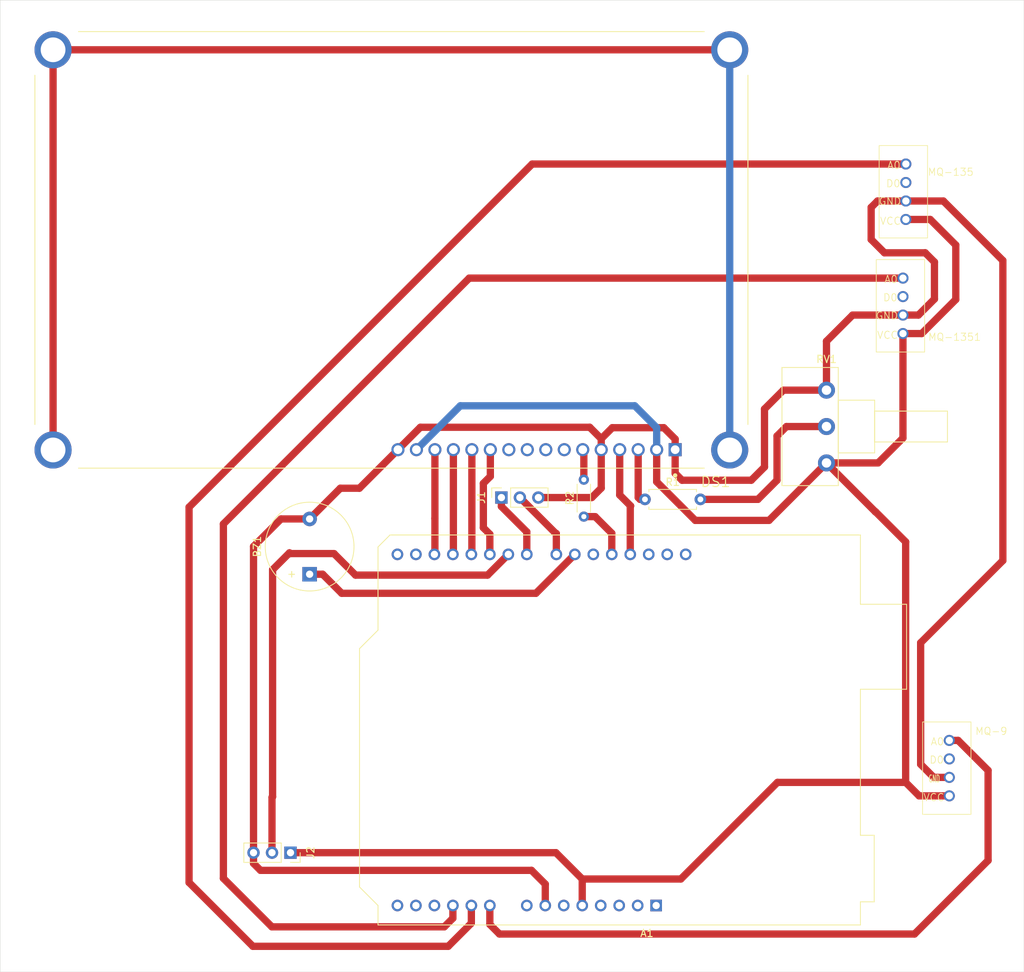
<source format=kicad_pcb>
(kicad_pcb (version 20221018) (generator pcbnew)
  (layers (0 "F.Cu" signal) (31 "B.Cu" signal) (34 "B.Paste" user) (35 "F.Paste" user) (36 "B.SilkS" user "B.Silkscreen") (37 "F.SilkS" user "F.Silkscreen") (38 "B.Mask" user) (39 "F.Mask" user) (44 "Edge.Cuts" user))
  (net 0 "")
  (net 5 "VCC")
  (net 7 "GND")
  (net 9 "Net-(A1-A0)")
  (net 10 "Net-(A1-A1)")
  (net 11 "Net-(A1-A2)")
  (net 17 "Net-(A1-D2)")
  (net 18 "Net-(A1-D3)")
  (net 19 "Net-(A1-D4)")
  (net 20 "Net-(A1-D5)")
  (net 21 "Net-(A1-D6)")
  (net 22 "Net-(A1-D7)")
  (net 23 "Net-(A1-D8)")
  (net 24 "Net-(A1-D9)")
  (net 26 "Net-(A1-D11)")
  (net 27 "Net-(A1-D12)")
  (net 31 "Net-(DS1-V0)")
  (net 36 "Net-(DS1-SHIELD-PadS1)")
  (net 40 "Net-(R1-Pad2)")
  (net 41 "Net-(DS1-E)")
  (footprint "Module:Arduino_UNO_R2" (layer "F.Cu") (at 155.77 143.45 180)
    (fp_text reference "A1" (at 1.27 -3.81) (layer "F.SilkS"))
    (fp_text value "Arduino_UNO_R2")
    (fp_line (start -34.42 29.72) (end -34.42 41.4) (stroke (width 0.12)) (layer "F.SilkS"))
    (fp_line (start -34.42 41.4) (end -28.07 41.4) (stroke (width 0.12)) (layer "F.SilkS"))
    (fp_line (start -29.97 0.51) (end -29.97 9.65) (stroke (width 0.12)) (layer "F.SilkS"))
    (fp_line (start -29.97 9.65) (end -28.07 9.65) (stroke (width 0.12)) (layer "F.SilkS"))
    (fp_line (start -28.07 -2.67) (end -28.07 0.51) (stroke (width 0.12)) (layer "F.SilkS"))
    (fp_line (start -28.07 0.51) (end -29.97 0.51) (stroke (width 0.12)) (layer "F.SilkS"))
    (fp_line (start -28.07 9.65) (end -28.07 29.72) (stroke (width 0.12)) (layer "F.SilkS"))
    (fp_line (start -28.07 29.72) (end -34.42 29.72) (stroke (width 0.12)) (layer "F.SilkS"))
    (fp_line (start -28.07 41.4) (end -28.07 50.93) (stroke (width 0.12)) (layer "F.SilkS"))
    (fp_line (start -28.07 50.93) (end 36.58 50.93) (stroke (width 0.12)) (layer "F.SilkS"))
    (fp_line (start 36.58 50.93) (end 38.23 49.28) (stroke (width 0.12)) (layer "F.SilkS"))
    (fp_line (start 38.23 -2.67) (end -28.07 -2.67) (stroke (width 0.12)) (layer "F.SilkS"))
    (fp_line (start 38.23 0) (end 38.23 -2.67) (stroke (width 0.12)) (layer "F.SilkS"))
    (fp_line (start 38.23 37.85) (end 40.77 35.31) (stroke (width 0.12)) (layer "F.SilkS"))
    (fp_line (start 38.23 49.28) (end 38.23 37.85) (stroke (width 0.12)) (layer "F.SilkS"))
    (fp_line (start 40.77 2.54) (end 38.23 0) (stroke (width 0.12)) (layer "F.SilkS"))
    (fp_line (start 40.77 35.31) (end 40.77 2.54) (stroke (width 0.12)) (layer "F.SilkS"))
    (pad "1" thru_hole rect (at 0 0 270) (size 1.6 1.6) (drill 1) (layers "*.Cu" "*.Mask"))
    (pad "2" thru_hole oval (at 2.54 0 270) (size 1.6 1.6) (drill 1) (layers "*.Cu" "*.Mask"))
    (pad "3" thru_hole oval (at 5.08 0 270) (size 1.6 1.6) (drill 1) (layers "*.Cu" "*.Mask"))
    (pad "4" thru_hole oval (at 7.62 0 270) (size 1.6 1.6) (drill 1) (layers "*.Cu" "*.Mask"))
    (pad "5" thru_hole oval (at 10.16 0 270) (size 1.6 1.6) (drill 1) (layers "*.Cu" "*.Mask") (net 5 "VCC"))
    (pad "6" thru_hole oval (at 12.7 0 270) (size 1.6 1.6) (drill 1) (layers "*.Cu" "*.Mask"))
    (pad "7" thru_hole oval (at 15.24 0 270) (size 1.6 1.6) (drill 1) (layers "*.Cu" "*.Mask") (net 7 "GND"))
    (pad "8" thru_hole oval (at 17.78 0 270) (size 1.6 1.6) (drill 1) (layers "*.Cu" "*.Mask"))
    (pad "9" thru_hole oval (at 22.86 0 270) (size 1.6 1.6) (drill 1) (layers "*.Cu" "*.Mask") (net 9 "Net-(A1-A0)"))
    (pad "10" thru_hole oval (at 25.4 0 270) (size 1.6 1.6) (drill 1) (layers "*.Cu" "*.Mask") (net 10 "Net-(A1-A1)"))
    (pad "11" thru_hole oval (at 27.94 0 270) (size 1.6 1.6) (drill 1) (layers "*.Cu" "*.Mask") (net 11 "Net-(A1-A2)"))
    (pad "12" thru_hole oval (at 30.48 0 270) (size 1.6 1.6) (drill 1) (layers "*.Cu" "*.Mask"))
    (pad "13" thru_hole oval (at 33.02 0 270) (size 1.6 1.6) (drill 1) (layers "*.Cu" "*.Mask"))
    (pad "14" thru_hole oval (at 35.56 0 270) (size 1.6 1.6) (drill 1) (layers "*.Cu" "*.Mask"))
    (pad "15" thru_hole oval (at 35.56 48.26 270) (size 1.6 1.6) (drill 1) (layers "*.Cu" "*.Mask"))
    (pad "16" thru_hole oval (at 33.02 48.26 270) (size 1.6 1.6) (drill 1) (layers "*.Cu" "*.Mask"))
    (pad "17" thru_hole oval (at 30.48 48.26 270) (size 1.6 1.6) (drill 1) (layers "*.Cu" "*.Mask") (net 17 "Net-(A1-D2)"))
    (pad "18" thru_hole oval (at 27.94 48.26 270) (size 1.6 1.6) (drill 1) (layers "*.Cu" "*.Mask") (net 18 "Net-(A1-D3)"))
    (pad "19" thru_hole oval (at 25.4 48.26 270) (size 1.6 1.6) (drill 1) (layers "*.Cu" "*.Mask") (net 19 "Net-(A1-D4)"))
    (pad "20" thru_hole oval (at 22.86 48.26 270) (size 1.6 1.6) (drill 1) (layers "*.Cu" "*.Mask") (net 20 "Net-(A1-D5)"))
    (pad "21" thru_hole oval (at 20.32 48.26 270) (size 1.6 1.6) (drill 1) (layers "*.Cu" "*.Mask") (net 21 "Net-(A1-D6)"))
    (pad "22" thru_hole oval (at 17.78 48.26 270) (size 1.6 1.6) (drill 1) (layers "*.Cu" "*.Mask") (net 22 "Net-(A1-D7)"))
    (pad "23" thru_hole oval (at 13.72 48.26 270) (size 1.6 1.6) (drill 1) (layers "*.Cu" "*.Mask") (net 23 "Net-(A1-D8)"))
    (pad "24" thru_hole oval (at 11.18 48.26 270) (size 1.6 1.6) (drill 1) (layers "*.Cu" "*.Mask") (net 24 "Net-(A1-D9)"))
    (pad "25" thru_hole oval (at 8.64 48.26 270) (size 1.6 1.6) (drill 1) (layers "*.Cu" "*.Mask"))
    (pad "26" thru_hole oval (at 6.1 48.26 270) (size 1.6 1.6) (drill 1) (layers "*.Cu" "*.Mask") (net 26 "Net-(A1-D11)"))
    (pad "27" thru_hole oval (at 3.56 48.26 270) (size 1.6 1.6) (drill 1) (layers "*.Cu" "*.Mask") (net 27 "Net-(A1-D12)"))
    (pad "28" thru_hole oval (at 1.02 48.26 270) (size 1.6 1.6) (drill 1) (layers "*.Cu" "*.Mask"))
    (pad "29" thru_hole oval (at -1.52 48.26 270) (size 1.6 1.6) (drill 1) (layers "*.Cu" "*.Mask"))
    (pad "30" thru_hole oval (at -4.06 48.26 270) (size 1.6 1.6) (drill 1) (layers "*.Cu" "*.Mask"))
  )
  (footprint "Library:MQ-9" (layer "F.Cu") (at 201.14 115.68)
    (fp_text reference "MQ-9" (at 0.69 3.81 unlocked) (layer "F.SilkS") (effects (font (thickness 0.1))))
    (fp_text value "~")
    (fp_text user "A0" (at -7.69 5.83 unlocked) (layer "F.SilkS") (effects (font (thickness 0.1)) (justify left bottom)))
    (fp_text user "D0" (at -7.86 8.34 unlocked) (layer "F.SilkS") (effects (font (thickness 0.1)) (justify left bottom)))
    (fp_text user "GND" (at -7.97 10.94 unlocked) (layer "F.SilkS") (effects (font (size 1 0.5) (thickness 0.1)) (justify left bottom)))
    (fp_text user "VCC" (at -8.7 13.5 unlocked) (layer "F.SilkS") (effects (font (thickness 0.1)) (justify left bottom)))
    (fp_rect (start -8.75 2.54) (end -2.1 15.24) (stroke (width 0.1)) (fill none) (layer "F.SilkS"))
    (pad "1" thru_hole circle (at -5.08 5.08) (size 1.524 1.524) (drill 1) (layers "*.Cu" "*.Mask") (net 9 "Net-(A1-A0)"))
    (pad "2" thru_hole circle (at -5.08 7.62) (size 1.524 1.524) (drill 1) (layers "*.Cu" "*.Mask"))
    (pad "3" thru_hole circle (at -5.08 10.16) (size 1.524 1.524) (drill 1) (layers "*.Cu" "*.Mask") (net 7 "GND"))
    (pad "4" thru_hole circle (at -5.08 12.7) (size 1.524 1.524) (drill 1) (layers "*.Cu" "*.Mask") (net 5 "VCC"))
  )
  (footprint "Buzzer_Beeper:Buzzer_12x9.5RM7.6" (layer "F.Cu") (at 108.14 97.92 90)
    (fp_text reference "BZ1" (at 3.8 -7.2 90) (layer "F.SilkS"))
    (fp_text value "Buzzer")
    (fp_text user "+" (at -0.01 -2.54 90) (layer "F.SilkS"))
    (fp_circle (center 3.8 0) (end 9.9 0) (stroke (width 0.12)) (fill none) (layer "F.SilkS"))
    (pad "1" thru_hole rect (at 0 0 90) (size 2 2) (drill 1) (layers "*.Cu" "*.Mask") (net 24 "Net-(A1-D9)"))
    (pad "2" thru_hole circle (at 7.6 0 90) (size 2 2) (drill 1) (layers "*.Cu" "*.Mask") (net 7 "GND"))
  )
  (footprint "LCD-20X4B:LCD_LCD-20X4B" (layer "F.Cu") (at 119.38 53.34 180)
    (fp_text reference "DS1" (at -44.555 -31.889) (layer "F.SilkS") (effects (font (size 1.4 1.4))))
    (fp_text value "LCD-20X4B")
    (fp_line (start -49 24) (end -49 -24) (stroke (width 0.127)) (layer "F.SilkS"))
    (fp_line (start -43 -30) (end 43 -30) (stroke (width 0.127)) (layer "F.SilkS"))
    (fp_line (start 43 30) (end -43 30) (stroke (width 0.127)) (layer "F.SilkS"))
    (fp_line (start 49 -24) (end 49 24) (stroke (width 0.127)) (layer "F.SilkS"))
    (fp_circle (center -39 -31) (end -38.85 -31) (stroke (width 0.3)) (fill none) (layer "F.SilkS"))
    (pad "1" thru_hole rect (at -39 -27.46 180) (size 1.8 1.8) (drill 1.2) (layers "*.Cu" "*.Mask") (net 7 "GND"))
    (pad "2" thru_hole circle (at -36.46 -27.46 180) (size 1.8 1.8) (drill 1.2) (layers "*.Cu" "*.Mask") (net 5 "VCC"))
    (pad "3" thru_hole circle (at -33.92 -27.46 180) (size 1.8 1.8) (drill 1.2) (layers "*.Cu" "*.Mask") (net 31 "Net-(DS1-V0)"))
    (pad "4" thru_hole circle (at -31.38 -27.46 180) (size 1.8 1.8) (drill 1.2) (layers "*.Cu" "*.Mask") (net 27 "Net-(A1-D12)"))
    (pad "5" thru_hole circle (at -28.84 -27.46 180) (size 1.8 1.8) (drill 1.2) (layers "*.Cu" "*.Mask") (net 7 "GND"))
    (pad "6" thru_hole circle (at -26.3 -27.46 180) (size 1.8 1.8) (drill 1.2) (layers "*.Cu" "*.Mask") (net 41 "Net-(DS1-E)"))
    (pad "7" thru_hole circle (at -23.76 -27.46 180) (size 1.8 1.8) (drill 1.2) (layers "*.Cu" "*.Mask"))
    (pad "8" thru_hole circle (at -21.22 -27.46 180) (size 1.8 1.8) (drill 1.2) (layers "*.Cu" "*.Mask"))
    (pad "9" thru_hole circle (at -18.68 -27.46 180) (size 1.8 1.8) (drill 1.2) (layers "*.Cu" "*.Mask"))
    (pad "10" thru_hole circle (at -16.14 -27.46 180) (size 1.8 1.8) (drill 1.2) (layers "*.Cu" "*.Mask"))
    (pad "11" thru_hole circle (at -13.6 -27.46 180) (size 1.8 1.8) (drill 1.2) (layers "*.Cu" "*.Mask") (net 20 "Net-(A1-D5)"))
    (pad "12" thru_hole circle (at -11.06 -27.46 180) (size 1.8 1.8) (drill 1.2) (layers "*.Cu" "*.Mask") (net 19 "Net-(A1-D4)"))
    (pad "13" thru_hole circle (at -8.52 -27.46 180) (size 1.8 1.8) (drill 1.2) (layers "*.Cu" "*.Mask") (net 18 "Net-(A1-D3)"))
    (pad "14" thru_hole circle (at -5.98 -27.46 180) (size 1.8 1.8) (drill 1.2) (layers "*.Cu" "*.Mask") (net 17 "Net-(A1-D2)"))
    (pad "15" thru_hole circle (at -3.44 -27.46 180) (size 1.8 1.8) (drill 1.2) (layers "*.Cu" "*.Mask") (net 5 "VCC"))
    (pad "16" thru_hole circle (at -0.9 -27.46 180) (size 1.8 1.8) (drill 1.2) (layers "*.Cu" "*.Mask") (net 7 "GND"))
    (pad "S1" thru_hole circle (at -46.5 -27.5 180) (size 5.1 5.1) (drill 3.4) (layers "*.Cu" "*.Mask") (net 36 "Net-(DS1-SHIELD-PadS1)"))
    (pad "S2" thru_hole circle (at 46.5 -27.5 180) (size 5.1 5.1) (drill 3.4) (layers "*.Cu" "*.Mask") (net 36 "Net-(DS1-SHIELD-PadS1)"))
    (pad "S3" thru_hole circle (at -46.5 27.5 180) (size 5.1 5.1) (drill 3.4) (layers "*.Cu" "*.Mask") (net 36 "Net-(DS1-SHIELD-PadS1)"))
    (pad "S4" thru_hole circle (at 46.5 27.5 180) (size 5.1 5.1) (drill 3.4) (layers "*.Cu" "*.Mask") (net 36 "Net-(DS1-SHIELD-PadS1)"))
  )
  (footprint "Resistor_THT:R_Axial_DIN0204_L3.6mm_D1.6mm_P5.08mm_Horizontal" (layer "F.Cu") (at 145.83 90 90)
    (fp_text reference "R2" (at 2.54 -1.92 90) (layer "F.SilkS"))
    (fp_text value "R_Small")
    (fp_line (start 0.62 -0.92) (end 4.46 -0.92) (stroke (width 0.12)) (layer "F.SilkS"))
    (fp_line (start 0.62 0.92) (end 4.46 0.92) (stroke (width 0.12)) (layer "F.SilkS"))
    (pad "1" thru_hole circle (at 0 0 90) (size 1.4 1.4) (drill 0.7) (layers "*.Cu" "*.Mask") (net 26 "Net-(A1-D11)"))
    (pad "2" thru_hole oval (at 5.08 0 90) (size 1.4 1.4) (drill 0.7) (layers "*.Cu" "*.Mask") (net 41 "Net-(DS1-E)"))
  )
  (footprint "Connector_PinSocket_2.54mm:PinSocket_1x03_P2.54mm_Vertical" (layer "F.Cu") (at 134.5 87.38 90)
    (fp_text reference "J1" (at 0 -2.77 90) (layer "F.SilkS"))
    (fp_text value "GSM")
    (fp_line (start -1.33 1.27) (end -1.33 6.41) (stroke (width 0.12)) (layer "F.SilkS"))
    (fp_line (start -1.33 1.27) (end 1.33 1.27) (stroke (width 0.12)) (layer "F.SilkS"))
    (fp_line (start -1.33 6.41) (end 1.33 6.41) (stroke (width 0.12)) (layer "F.SilkS"))
    (fp_line (start 0 -1.33) (end 1.33 -1.33) (stroke (width 0.12)) (layer "F.SilkS"))
    (fp_line (start 1.33 -1.33) (end 1.33 0) (stroke (width 0.12)) (layer "F.SilkS"))
    (fp_line (start 1.33 1.27) (end 1.33 6.41) (stroke (width 0.12)) (layer "F.SilkS"))
    (pad "1" thru_hole rect (at 0 0 90) (size 1.7 1.7) (drill 1) (layers "*.Cu" "*.Mask") (net 22 "Net-(A1-D7)"))
    (pad "2" thru_hole oval (at 0 2.54 90) (size 1.7 1.7) (drill 1) (layers "*.Cu" "*.Mask") (net 23 "Net-(A1-D8)"))
    (pad "3" thru_hole oval (at 0 5.08 90) (size 1.7 1.7) (drill 1) (layers "*.Cu" "*.Mask") (net 7 "GND"))
  )
  (footprint "Connector_PinSocket_2.54mm:PinSocket_1x03_P2.54mm_Vertical" (layer "F.Cu") (at 105.51 136.19 -90)
    (fp_text reference "J2" (at 0 -2.77 90) (layer "F.SilkS"))
    (fp_text value "DHT 11")
    (fp_line (start -1.33 1.27) (end -1.33 6.41) (stroke (width 0.12)) (layer "F.SilkS"))
    (fp_line (start -1.33 1.27) (end 1.33 1.27) (stroke (width 0.12)) (layer "F.SilkS"))
    (fp_line (start -1.33 6.41) (end 1.33 6.41) (stroke (width 0.12)) (layer "F.SilkS"))
    (fp_line (start 0 -1.33) (end 1.33 -1.33) (stroke (width 0.12)) (layer "F.SilkS"))
    (fp_line (start 1.33 -1.33) (end 1.33 0) (stroke (width 0.12)) (layer "F.SilkS"))
    (fp_line (start 1.33 1.27) (end 1.33 6.41) (stroke (width 0.12)) (layer "F.SilkS"))
    (pad "1" thru_hole rect (at 0 0 270) (size 1.7 1.7) (drill 1) (layers "*.Cu" "*.Mask") (net 5 "VCC"))
    (pad "2" thru_hole oval (at 0 2.54 270) (size 1.7 1.7) (drill 1) (layers "*.Cu" "*.Mask") (net 21 "Net-(A1-D6)"))
    (pad "3" thru_hole oval (at 0 5.08 270) (size 1.7 1.7) (drill 1) (layers "*.Cu" "*.Mask") (net 7 "GND"))
  )
  (footprint "Potentiometer_THT:Potentiometer_Piher_T-16H_Single_Horizontal" (layer "F.Cu") (at 179.18 82.62)
    (fp_text reference "RV1" (at 0 -14.25) (layer "F.SilkS"))
    (fp_text value "R_Potentiometer")
    (fp_line (start -6.12 -13.12) (end -6.12 3.12) (stroke (width 0.12)) (layer "F.SilkS"))
    (fp_line (start -6.12 -13.12) (end 1.62 -13.12) (stroke (width 0.12)) (layer "F.SilkS"))
    (fp_line (start -6.12 3.12) (end 1.62 3.12) (stroke (width 0.12)) (layer "F.SilkS"))
    (fp_line (start 1.62 -13.12) (end 1.62 3.12) (stroke (width 0.12)) (layer "F.SilkS"))
    (fp_line (start 1.62 -8.62) (end 1.62 -1.38) (stroke (width 0.12)) (layer "F.SilkS"))
    (fp_line (start 1.62 -8.62) (end 6.62 -8.62) (stroke (width 0.12)) (layer "F.SilkS"))
    (fp_line (start 1.62 -1.38) (end 6.62 -1.38) (stroke (width 0.12)) (layer "F.SilkS"))
    (fp_line (start 6.62 -8.62) (end 6.62 -1.38) (stroke (width 0.12)) (layer "F.SilkS"))
    (fp_line (start 6.62 -7.12) (end 6.62 -2.88) (stroke (width 0.12)) (layer "F.SilkS"))
    (fp_line (start 6.62 -7.12) (end 16.62 -7.12) (stroke (width 0.12)) (layer "F.SilkS"))
    (fp_line (start 6.62 -2.88) (end 16.62 -2.88) (stroke (width 0.12)) (layer "F.SilkS"))
    (fp_line (start 16.62 -7.12) (end 16.62 -2.88) (stroke (width 0.12)) (layer "F.SilkS"))
    (pad "1" thru_hole circle (at 0 0) (size 2.34 2.34) (drill 1.3) (layers "*.Cu" "*.Mask") (net 5 "VCC"))
    (pad "2" thru_hole circle (at 0 -5) (size 2.34 2.34) (drill 1.3) (layers "*.Cu" "*.Mask") (net 40 "Net-(R1-Pad2)"))
    (pad "3" thru_hole circle (at 0 -10) (size 2.34 2.34) (drill 1.3) (layers "*.Cu" "*.Mask") (net 7 "GND"))
  )
  (footprint "Resistor_THT:R_Axial_DIN0207_L6.3mm_D2.5mm_P7.62mm_Horizontal" (layer "F.Cu") (at 154.23 87.63)
    (fp_text reference "R1" (at 3.81 -2.37) (layer "F.SilkS"))
    (fp_text value "R_Small")
    (fp_line (start 0.54 -1.37) (end 7.08 -1.37) (stroke (width 0.12)) (layer "F.SilkS"))
    (fp_line (start 0.54 -1.04) (end 0.54 -1.37) (stroke (width 0.12)) (layer "F.SilkS"))
    (fp_line (start 0.54 1.04) (end 0.54 1.37) (stroke (width 0.12)) (layer "F.SilkS"))
    (fp_line (start 0.54 1.37) (end 7.08 1.37) (stroke (width 0.12)) (layer "F.SilkS"))
    (fp_line (start 7.08 -1.37) (end 7.08 -1.04) (stroke (width 0.12)) (layer "F.SilkS"))
    (fp_line (start 7.08 1.37) (end 7.08 1.04) (stroke (width 0.12)) (layer "F.SilkS"))
    (pad "1" thru_hole circle (at 0 0) (size 1.6 1.6) (drill 0.8) (layers "*.Cu" "*.Mask") (net 31 "Net-(DS1-V0)"))
    (pad "2" thru_hole oval (at 7.62 0) (size 1.6 1.6) (drill 0.8) (layers "*.Cu" "*.Mask") (net 40 "Net-(R1-Pad2)"))
  )
  (footprint "Library:MQ-9" (layer "F.Cu") (at 195.17 36.46)
    (fp_text reference "MQ-135" (at 1.09 6.18 unlocked) (layer "F.SilkS") (effects (font (thickness 0.1))))
    (fp_text value "~")
    (fp_text user "GND" (at -8.85 10.79 unlocked) (layer "F.SilkS") (effects (font (thickness 0.1)) (justify left bottom)))
    (fp_text user "D0" (at -7.86 8.34 unlocked) (layer "F.SilkS") (effects (font (thickness 0.1)) (justify left bottom)))
    (fp_text user "VCC" (at -8.7 13.5 unlocked) (layer "F.SilkS") (effects (font (thickness 0.1)) (justify left bottom)))
    (fp_text user "A0" (at -7.69 5.83 unlocked) (layer "F.SilkS") (effects (font (thickness 0.1)) (justify left bottom)))
    (fp_rect (start -8.75 2.54) (end -2.1 15.24) (stroke (width 0.1)) (fill none) (layer "F.SilkS"))
    (pad "1" thru_hole circle (at -5.08 5.08) (size 1.524 1.524) (drill 1) (layers "*.Cu" "*.Mask") (net 10 "Net-(A1-A1)"))
    (pad "2" thru_hole circle (at -5.08 7.62) (size 1.524 1.524) (drill 1) (layers "*.Cu" "*.Mask"))
    (pad "3" thru_hole circle (at -5.08 10.16) (size 1.524 1.524) (drill 1) (layers "*.Cu" "*.Mask") (net 7 "GND"))
    (pad "4" thru_hole circle (at -5.08 12.7) (size 1.524 1.524) (drill 1) (layers "*.Cu" "*.Mask") (net 5 "VCC"))
  )
  (footprint "Library:MQ-9" (layer "F.Cu") (at 194.77 52.14)
    (fp_text reference "MQ-1351" (at 2.01 13.18 unlocked) (layer "F.SilkS") (effects (font (thickness 0.1))))
    (fp_text value "~")
    (fp_text user "A0" (at -7.69 5.83 unlocked) (layer "F.SilkS") (effects (font (thickness 0.1)) (justify left bottom)))
    (fp_text user "GND" (at -8.87 10.83 unlocked) (layer "F.SilkS") (effects (font (thickness 0.1)) (justify left bottom)))
    (fp_text user "D0" (at -7.86 8.34 unlocked) (layer "F.SilkS") (effects (font (thickness 0.1)) (justify left bottom)))
    (fp_text user "VCC" (at -8.7 13.5 unlocked) (layer "F.SilkS") (effects (font (thickness 0.1)) (justify left bottom)))
    (fp_rect (start -8.75 2.54) (end -2.1 15.24) (stroke (width 0.1)) (fill none) (layer "F.SilkS"))
    (pad "1" thru_hole circle (at -5.08 5.08) (size 1.524 1.524) (drill 1) (layers "*.Cu" "*.Mask") (net 11 "Net-(A1-A2)"))
    (pad "2" thru_hole circle (at -5.08 7.62) (size 1.524 1.524) (drill 1) (layers "*.Cu" "*.Mask"))
    (pad "3" thru_hole circle (at -5.08 10.16) (size 1.524 1.524) (drill 1) (layers "*.Cu" "*.Mask") (net 7 "GND"))
    (pad "4" thru_hole circle (at -5.08 12.7) (size 1.524 1.524) (drill 1) (layers "*.Cu" "*.Mask") (net 5 "VCC"))
  )
  (gr_rect (start 65.61 19.02) (end 206.32 152.57) (stroke (width 0.05)) (fill none) (layer "Edge.Cuts"))
  (segment (start 145.61 139.81) (end 145.61 143.45) (width 1) (layer "F.Cu") (net 5))
  (segment (start 145.61 139.81) (end 159.16 139.81) (width 1) (layer "F.Cu") (net 5))
  (segment (start 179.18 82.62) (end 185.9 89.34) (width 1) (layer "F.Cu") (net 5))
  (segment (start 185.93 89.34) (end 190.06 93.47) (width 1) (layer "F.Cu") (net 5))
  (segment (start 179.18 82.62) (end 186.27 82.62) (width 1) (layer "F.Cu") (net 5))
  (segment (start 161.15 90.52) (end 171.28 90.52) (width 1) (layer "F.Cu") (net 5))
  (segment (start 191.91 128.38) (end 196.06 128.38) (width 1) (layer "F.Cu") (net 5))
  (segment (start 141.99 136.19) (end 145.61 139.81) (width 1) (layer "F.Cu") (net 5))
  (segment (start 196.95 60.16) (end 196.95 52.67) (width 1) (layer "F.Cu") (net 5))
  (segment (start 155.84 85.21) (end 161.15 90.52) (width 1) (layer "F.Cu") (net 5))
  (segment (start 190.06 93.47) (end 190.06 126.53) (width 1) (layer "F.Cu") (net 5))
  (segment (start 193.44 49.16) (end 190.09 49.16) (width 1) (layer "F.Cu") (net 5))
  (segment (start 172.44 126.53) (end 190.06 126.53) (width 1) (layer "F.Cu") (net 5))
  (segment (start 196.95 52.67) (end 193.44 49.16) (width 1) (layer "F.Cu") (net 5))
  (segment (start 192.27 64.84) (end 196.95 60.16) (width 1) (layer "F.Cu") (net 5))
  (segment (start 189.69 79.2) (end 189.69 64.84) (width 1) (layer "F.Cu") (net 5))
  (segment (start 190.06 126.53) (end 191.91 128.38) (width 1) (layer "F.Cu") (net 5))
  (segment (start 185.9 89.34) (end 185.93 89.34) (width 1) (layer "F.Cu") (net 5))
  (segment (start 155.84 80.8) (end 155.84 85.21) (width 1) (layer "F.Cu") (net 5))
  (segment (start 105.51 136.19) (end 141.99 136.19) (width 1) (layer "F.Cu") (net 5))
  (segment (start 159.16 139.81) (end 172.44 126.53) (width 1) (layer "F.Cu") (net 5))
  (segment (start 186.27 82.62) (end 189.69 79.2) (width 1) (layer "F.Cu") (net 5))
  (segment (start 189.69 64.84) (end 192.27 64.84) (width 1) (layer "F.Cu") (net 5))
  (segment (start 171.28 90.52) (end 179.18 82.62) (width 1) (layer "F.Cu") (net 5))
  (segment (start 152.83 74.77) (end 155.84 77.78) (width 1) (layer "B.Cu") (net 5))
  (segment (start 122.82 80.8) (end 128.85 74.77) (width 1) (layer "B.Cu") (net 5))
  (segment (start 128.85 74.77) (end 152.83 74.77) (width 1) (layer "B.Cu") (net 5))
  (segment (start 155.84 77.78) (end 155.84 80.8) (width 1) (layer "B.Cu") (net 5))
  (segment (start 100.43 94.1) (end 100.43 136.19) (width 1) (layer "F.Cu") (net 7))
  (segment (start 194.02 55.01) (end 192.75 53.74) (width 1) (layer "F.Cu") (net 7))
  (segment (start 187.15 53.74) (end 185.32 51.91) (width 1) (layer "F.Cu") (net 7))
  (segment (start 192.12 124.04) (end 193.92 125.84) (width 1) (layer "F.Cu") (net 7))
  (segment (start 104.21 90.32) (end 100.43 94.1) (width 1) (layer "F.Cu") (net 7))
  (segment (start 146.92 87.38) (end 148.22 86.08) (width 1) (layer "F.Cu") (net 7))
  (segment (start 140.53 143.45) (end 140.53 140.51) (width 1) (layer "F.Cu") (net 7))
  (segment (start 148.22 79.3) (end 148.22 80.8) (width 1) (layer "F.Cu") (net 7))
  (segment (start 148.22 86.08) (end 148.22 80.8) (width 1) (layer "F.Cu") (net 7))
  (segment (start 158.38 79.34) (end 156.82 77.78) (width 1) (layer "F.Cu") (net 7))
  (segment (start 203.42 54.8) (end 203.42 96.04) (width 1) (layer "F.Cu") (net 7))
  (segment (start 170.66 83.18) (end 168.84 85) (width 1) (layer "F.Cu") (net 7))
  (segment (start 194.02 60.09) (end 194.02 55.01) (width 1) (layer "F.Cu") (net 7))
  (segment (start 104.21 90.32) (end 108.14 90.32) (width 1) (layer "F.Cu") (net 7))
  (segment (start 146.64 77.72) (end 148.22 79.3) (width 1) (layer "F.Cu") (net 7))
  (segment (start 168.84 85) (end 159.33 85) (width 1) (layer "F.Cu") (net 7))
  (segment (start 173.25 72.62) (end 170.66 75.21) (width 1) (layer "F.Cu") (net 7))
  (segment (start 191.81 62.3) (end 194.02 60.09) (width 1) (layer "F.Cu") (net 7))
  (segment (start 100.43 137.66) (end 101.39 138.62) (width 1) (layer "F.Cu") (net 7))
  (segment (start 108.14 90.32) (end 112.36 86.1) (width 1) (layer "F.Cu") (net 7))
  (segment (start 179.18 65.89) (end 182.77 62.3) (width 1) (layer "F.Cu") (net 7))
  (segment (start 203.42 96.04) (end 192.12 107.34) (width 1) (layer "F.Cu") (net 7))
  (segment (start 149.74 77.78) (end 148.22 79.3) (width 1) (layer "F.Cu") (net 7))
  (segment (start 195.24 46.62) (end 203.42 54.8) (width 1) (layer "F.Cu") (net 7))
  (segment (start 193.92 125.84) (end 196.06 125.84) (width 1) (layer "F.Cu") (net 7))
  (segment (start 123.36 77.72) (end 146.64 77.72) (width 1) (layer "F.Cu") (net 7))
  (segment (start 120.28 80.8) (end 123.36 77.72) (width 1) (layer "F.Cu") (net 7))
  (segment (start 185.32 51.91) (end 185.32 47.5) (width 1) (layer "F.Cu") (net 7))
  (segment (start 158.38 84.05) (end 158.38 79.34) (width 1) (layer "F.Cu") (net 7))
  (segment (start 140.53 140.51) (end 138.64 138.62) (width 1) (layer "F.Cu") (net 7))
  (segment (start 192.75 53.74) (end 187.15 53.74) (width 1) (layer "F.Cu") (net 7))
  (segment (start 182.77 62.3) (end 189.69 62.3) (width 1) (layer "F.Cu") (net 7))
  (segment (start 156.82 77.78) (end 149.74 77.78) (width 1) (layer "F.Cu") (net 7))
  (segment (start 139.58 87.38) (end 146.92 87.38) (width 1) (layer "F.Cu") (net 7))
  (segment (start 179.18 72.62) (end 173.25 72.62) (width 1) (layer "F.Cu") (net 7))
  (segment (start 179.18 72.62) (end 179.18 65.89) (width 1) (layer "F.Cu") (net 7))
  (segment (start 189.69 62.3) (end 191.81 62.3) (width 1) (layer "F.Cu") (net 7))
  (segment (start 190.09 46.62) (end 195.24 46.62) (width 1) (layer "F.Cu") (net 7))
  (segment (start 112.36 86.1) (end 114.98 86.1) (width 1) (layer "F.Cu") (net 7))
  (segment (start 114.98 86.1) (end 120.28 80.8) (width 1) (layer "F.Cu") (net 7))
  (segment (start 170.66 75.21) (end 170.66 83.18) (width 1) (layer "F.Cu") (net 7))
  (segment (start 185.32 47.5) (end 186.2 46.62) (width 1) (layer "F.Cu") (net 7))
  (segment (start 100.43 136.19) (end 100.43 137.66) (width 1) (layer "F.Cu") (net 7))
  (segment (start 159.33 85) (end 158.38 84.05) (width 1) (layer "F.Cu") (net 7))
  (segment (start 186.2 46.62) (end 190.09 46.62) (width 1) (layer "F.Cu") (net 7))
  (segment (start 192.12 107.34) (end 192.12 124.04) (width 1) (layer "F.Cu") (net 7))
  (segment (start 101.39 138.62) (end 138.64 138.62) (width 1) (layer "F.Cu") (net 7))
  (segment (start 134.23 147.37) (end 132.91 146.05) (width 1) (layer "F.Cu") (net 9))
  (segment (start 197.27 120.76) (end 201.39 124.88) (width 1) (layer "F.Cu") (net 9))
  (segment (start 196.06 120.76) (end 197.27 120.76) (width 1) (layer "F.Cu") (net 9))
  (segment (start 132.91 146.05) (end 132.91 143.45) (width 1) (layer "F.Cu") (net 9))
  (segment (start 201.39 137.26) (end 191.28 147.37) (width 1) (layer "F.Cu") (net 9))
  (segment (start 201.39 124.88) (end 201.39 137.26) (width 1) (layer "F.Cu") (net 9))
  (segment (start 191.28 147.37) (end 134.23 147.37) (width 1) (layer "F.Cu") (net 9))
  (segment (start 100.34 149.06) (end 127.19 149.06) (width 1) (layer "F.Cu") (net 10))
  (segment (start 91.57 140.29) (end 100.34 149.06) (width 1) (layer "F.Cu") (net 10))
  (segment (start 130.37 145.88) (end 130.37 143.45) (width 1) (layer "F.Cu") (net 10))
  (segment (start 91.57 88.7) (end 91.57 140.29) (width 1) (layer "F.Cu") (net 10))
  (segment (start 127.19 149.06) (end 130.37 145.88) (width 1) (layer "F.Cu") (net 10))
  (segment (start 190.09 41.54) (end 138.73 41.54) (width 1) (layer "F.Cu") (net 10))
  (segment (start 138.73 41.54) (end 91.57 88.7) (width 1) (layer "F.Cu") (net 10))
  (segment (start 102.95 146.38) (end 126.65 146.38) (width 1) (layer "F.Cu") (net 11))
  (segment (start 130.08 57.22) (end 96.29 91.01) (width 1) (layer "F.Cu") (net 11))
  (segment (start 189.69 57.22) (end 130.08 57.22) (width 1) (layer "F.Cu") (net 11))
  (segment (start 96.29 139.72) (end 102.95 146.38) (width 1) (layer "F.Cu") (net 11))
  (segment (start 126.65 146.38) (end 127.83 145.2) (width 1) (layer "F.Cu") (net 11))
  (segment (start 96.29 91.01) (end 96.29 139.72) (width 1) (layer "F.Cu") (net 11))
  (segment (start 127.83 145.2) (end 127.83 143.45) (width 1) (layer "F.Cu") (net 11))
  (segment (start 125.36 90.25) (end 125.36 95.12) (width 1) (layer "F.Cu") (net 17))
  (segment (start 125.36 80.8) (end 125.36 90.25) (width 1) (layer "F.Cu") (net 17))
  (segment (start 125.36 95.12) (end 125.29 95.19) (width 1) (layer "F.Cu") (net 17))
  (segment (start 127.9 95.12) (end 127.83 95.19) (width 1) (layer "F.Cu") (net 18))
  (segment (start 127.9 80.8) (end 127.9 95.12) (width 1) (layer "F.Cu") (net 18))
  (segment (start 130.44 80.8) (end 130.44 95.12) (width 1) (layer "F.Cu") (net 19))
  (segment (start 130.44 95.12) (end 130.37 95.19) (width 1) (layer "F.Cu") (net 19))
  (segment (start 132.91 92.42) (end 132.91 95.19) (width 1) (layer "F.Cu") (net 20))
  (segment (start 132.02 91.53) (end 132.91 92.42) (width 1) (layer "F.Cu") (net 20))
  (segment (start 132.02 85.43) (end 132.02 91.53) (width 1) (layer "F.Cu") (net 20))
  (segment (start 132.98 80.8) (end 132.98 84.47) (width 1) (layer "F.Cu") (net 20))
  (segment (start 132.98 84.47) (end 132.02 85.43) (width 1) (layer "F.Cu") (net 20))
  (segment (start 102.97 128.59) (end 103.05 128.51) (width 1) (layer "F.Cu") (net 21))
  (segment (start 103.05 128.51) (end 103.05 97.3) (width 1) (layer "F.Cu") (net 21))
  (segment (start 102.97 136.19) (end 102.97 128.59) (width 1) (layer "F.Cu") (net 21))
  (segment (start 132.6 98.04) (end 135.45 95.19) (width 1) (layer "F.Cu") (net 21))
  (segment (start 105.37 94.98) (end 105.47 95.08) (width 1) (layer "F.Cu") (net 21))
  (segment (start 103.05 97.3) (end 105.37 94.98) (width 1) (layer "F.Cu") (net 21))
  (segment (start 105.47 95.08) (end 111.49 95.08) (width 1) (layer "F.Cu") (net 21))
  (segment (start 111.49 95.08) (end 114.45 98.04) (width 1) (layer "F.Cu") (net 21))
  (segment (start 114.45 98.04) (end 132.6 98.04) (width 1) (layer "F.Cu") (net 21))
  (segment (start 134.5 88.61) (end 137.99 92.1) (width 1) (layer "F.Cu") (net 22))
  (segment (start 137.99 92.1) (end 137.99 95.19) (width 1) (layer "F.Cu") (net 22))
  (segment (start 134.5 87.38) (end 134.5 88.61) (width 1) (layer "F.Cu") (net 22))
  (segment (start 142.05 92.33) (end 142.05 95.19) (width 1) (layer "F.Cu") (net 23))
  (segment (start 141.99 92.33) (end 142.05 92.33) (width 1) (layer "F.Cu") (net 23))
  (segment (start 137.04 87.38) (end 141.99 92.33) (width 1) (layer "F.Cu") (net 23))
  (segment (start 139.24 100.54) (end 144.59 95.19) (width 1) (layer "F.Cu") (net 24))
  (segment (start 112.55 100.54) (end 139.24 100.54) (width 1) (layer "F.Cu") (net 24))
  (segment (start 108.14 97.92) (end 109.93 97.92) (width 1) (layer "F.Cu") (net 24))
  (segment (start 109.93 97.92) (end 112.55 100.54) (width 1) (layer "F.Cu") (net 24))
  (segment (start 149.67 95.19) (end 149.67 92.29) (width 1) (layer "F.Cu") (net 26))
  (segment (start 149.67 92.29) (end 147.38 90) (width 1) (layer "F.Cu") (net 26))
  (segment (start 145.83 90) (end 147.38 90) (width 1) (layer "F.Cu") (net 26))
  (segment (start 152.21 88.58) (end 152.26 88.53) (width 1) (layer "F.Cu") (net 27))
  (segment (start 152.21 95.19) (end 152.21 88.58) (width 1) (layer "F.Cu") (net 27))
  (segment (start 150.76 80.8) (end 150.76 87.03) (width 1) (layer "F.Cu") (net 27))
  (segment (start 150.76 87.03) (end 152.26 88.53) (width 1) (layer "F.Cu") (net 27))
  (segment (start 153.3 80.8) (end 153.3 87.37) (width 1) (layer "F.Cu") (net 31))
  (segment (start 153.56 87.63) (end 154.23 87.63) (width 1) (layer "F.Cu") (net 31))
  (segment (start 153.3 87.37) (end 153.56 87.63) (width 1) (layer "F.Cu") (net 31))
  (segment (start 72.88 25.84) (end 72.88 80.84) (width 1) (layer "F.Cu") (net 36))
  (segment (start 165.88 25.84) (end 72.88 25.84) (width 1) (layer "F.Cu") (net 36))
  (segment (start 165.88 80.84) (end 165.88 25.84) (width 1) (layer "B.Cu") (net 36))
  (segment (start 172.38 78.92) (end 173.68 77.62) (width 1) (layer "F.Cu") (net 40))
  (segment (start 169.75 87.63) (end 172.38 85) (width 1) (layer "F.Cu") (net 40))
  (segment (start 172.38 85) (end 172.38 78.92) (width 1) (layer "F.Cu") (net 40))
  (segment (start 173.68 77.62) (end 179.18 77.62) (width 1) (layer "F.Cu") (net 40))
  (segment (start 161.85 87.63) (end 169.75 87.63) (width 1) (layer "F.Cu") (net 40))
  (segment (start 145.83 80.95) (end 145.68 80.8) (width 1) (layer "F.Cu") (net 41))
  (segment (start 145.83 84.92) (end 145.83 80.95) (width 1) (layer "F.Cu") (net 41))
)
</source>
